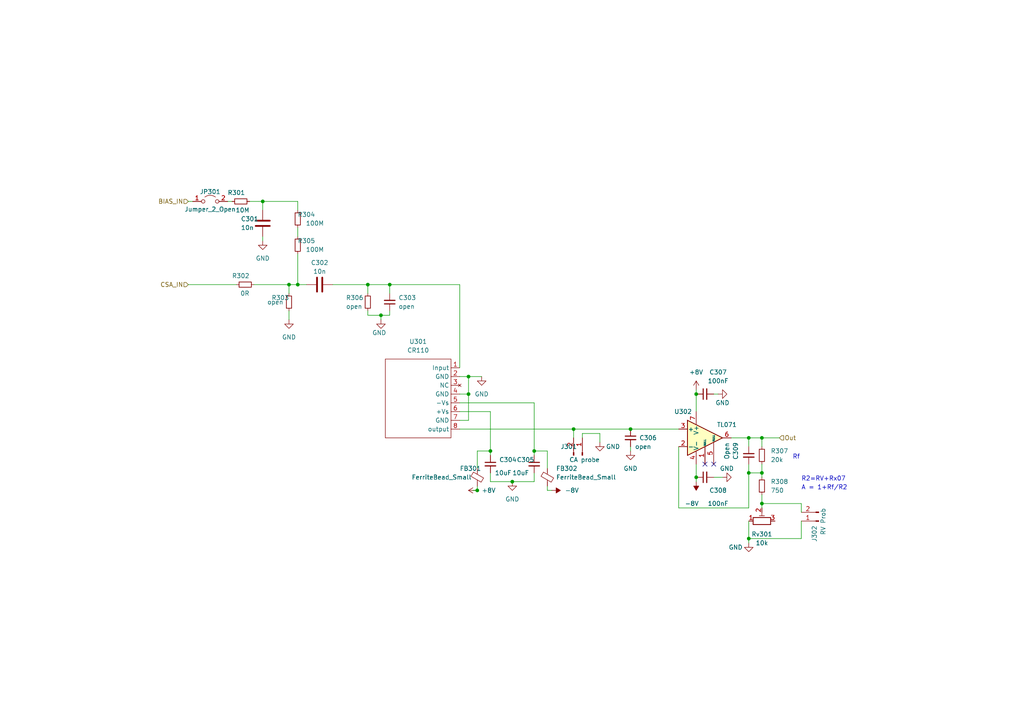
<source format=kicad_sch>
(kicad_sch (version 20211123) (generator eeschema)

  (uuid 5514a467-939f-4257-a9e1-43e044baa5e4)

  (paper "A4")

  (lib_symbols
    (symbol "Amplifier_Operational:TL071" (pin_names (offset 0.127)) (in_bom yes) (on_board yes)
      (property "Reference" "U" (id 0) (at 0 6.35 0)
        (effects (font (size 1.27 1.27)) (justify left))
      )
      (property "Value" "TL071" (id 1) (at 0 3.81 0)
        (effects (font (size 1.27 1.27)) (justify left))
      )
      (property "Footprint" "" (id 2) (at 1.27 1.27 0)
        (effects (font (size 1.27 1.27)) hide)
      )
      (property "Datasheet" "http://www.ti.com/lit/ds/symlink/tl071.pdf" (id 3) (at 3.81 3.81 0)
        (effects (font (size 1.27 1.27)) hide)
      )
      (property "ki_keywords" "singel opamp" (id 4) (at 0 0 0)
        (effects (font (size 1.27 1.27)) hide)
      )
      (property "ki_description" "Single Low-Noise JFET-Input Operational Amplifiers, DIP-8/SOIC-8" (id 5) (at 0 0 0)
        (effects (font (size 1.27 1.27)) hide)
      )
      (property "ki_fp_filters" "SOIC*3.9x4.9mm*P1.27mm* DIP*W7.62mm* TSSOP*3x3mm*P0.65mm*" (id 6) (at 0 0 0)
        (effects (font (size 1.27 1.27)) hide)
      )
      (symbol "TL071_0_1"
        (polyline
          (pts
            (xy -5.08 5.08)
            (xy 5.08 0)
            (xy -5.08 -5.08)
            (xy -5.08 5.08)
          )
          (stroke (width 0.254) (type default) (color 0 0 0 0))
          (fill (type background))
        )
      )
      (symbol "TL071_1_1"
        (pin input line (at 0 -7.62 90) (length 5.08)
          (name "NULL" (effects (font (size 0.508 0.508))))
          (number "1" (effects (font (size 1.27 1.27))))
        )
        (pin input line (at -7.62 -2.54 0) (length 2.54)
          (name "-" (effects (font (size 1.27 1.27))))
          (number "2" (effects (font (size 1.27 1.27))))
        )
        (pin input line (at -7.62 2.54 0) (length 2.54)
          (name "+" (effects (font (size 1.27 1.27))))
          (number "3" (effects (font (size 1.27 1.27))))
        )
        (pin power_in line (at -2.54 -7.62 90) (length 3.81)
          (name "V-" (effects (font (size 1.27 1.27))))
          (number "4" (effects (font (size 1.27 1.27))))
        )
        (pin input line (at 2.54 -7.62 90) (length 6.35)
          (name "NULL" (effects (font (size 0.508 0.508))))
          (number "5" (effects (font (size 1.27 1.27))))
        )
        (pin output line (at 7.62 0 180) (length 2.54)
          (name "~" (effects (font (size 1.27 1.27))))
          (number "6" (effects (font (size 1.27 1.27))))
        )
        (pin power_in line (at -2.54 7.62 270) (length 3.81)
          (name "V+" (effects (font (size 1.27 1.27))))
          (number "7" (effects (font (size 1.27 1.27))))
        )
        (pin no_connect line (at 0 2.54 270) (length 2.54) hide
          (name "NC" (effects (font (size 1.27 1.27))))
          (number "8" (effects (font (size 1.27 1.27))))
        )
      )
    )
    (symbol "Connector:Conn_01x02_Male" (pin_names (offset 1.016) hide) (in_bom yes) (on_board yes)
      (property "Reference" "J" (id 0) (at 0 2.54 0)
        (effects (font (size 1.27 1.27)))
      )
      (property "Value" "Conn_01x02_Male" (id 1) (at 0 -5.08 0)
        (effects (font (size 1.27 1.27)))
      )
      (property "Footprint" "" (id 2) (at 0 0 0)
        (effects (font (size 1.27 1.27)) hide)
      )
      (property "Datasheet" "~" (id 3) (at 0 0 0)
        (effects (font (size 1.27 1.27)) hide)
      )
      (property "ki_keywords" "connector" (id 4) (at 0 0 0)
        (effects (font (size 1.27 1.27)) hide)
      )
      (property "ki_description" "Generic connector, single row, 01x02, script generated (kicad-library-utils/schlib/autogen/connector/)" (id 5) (at 0 0 0)
        (effects (font (size 1.27 1.27)) hide)
      )
      (property "ki_fp_filters" "Connector*:*_1x??_*" (id 6) (at 0 0 0)
        (effects (font (size 1.27 1.27)) hide)
      )
      (symbol "Conn_01x02_Male_1_1"
        (polyline
          (pts
            (xy 1.27 -2.54)
            (xy 0.8636 -2.54)
          )
          (stroke (width 0.1524) (type default) (color 0 0 0 0))
          (fill (type none))
        )
        (polyline
          (pts
            (xy 1.27 0)
            (xy 0.8636 0)
          )
          (stroke (width 0.1524) (type default) (color 0 0 0 0))
          (fill (type none))
        )
        (rectangle (start 0.8636 -2.413) (end 0 -2.667)
          (stroke (width 0.1524) (type default) (color 0 0 0 0))
          (fill (type outline))
        )
        (rectangle (start 0.8636 0.127) (end 0 -0.127)
          (stroke (width 0.1524) (type default) (color 0 0 0 0))
          (fill (type outline))
        )
        (pin passive line (at 5.08 0 180) (length 3.81)
          (name "Pin_1" (effects (font (size 1.27 1.27))))
          (number "1" (effects (font (size 1.27 1.27))))
        )
        (pin passive line (at 5.08 -2.54 180) (length 3.81)
          (name "Pin_2" (effects (font (size 1.27 1.27))))
          (number "2" (effects (font (size 1.27 1.27))))
        )
      )
    )
    (symbol "Device:C" (pin_numbers hide) (pin_names (offset 0.254)) (in_bom yes) (on_board yes)
      (property "Reference" "C" (id 0) (at 0.635 2.54 0)
        (effects (font (size 1.27 1.27)) (justify left))
      )
      (property "Value" "C" (id 1) (at 0.635 -2.54 0)
        (effects (font (size 1.27 1.27)) (justify left))
      )
      (property "Footprint" "" (id 2) (at 0.9652 -3.81 0)
        (effects (font (size 1.27 1.27)) hide)
      )
      (property "Datasheet" "~" (id 3) (at 0 0 0)
        (effects (font (size 1.27 1.27)) hide)
      )
      (property "ki_keywords" "cap capacitor" (id 4) (at 0 0 0)
        (effects (font (size 1.27 1.27)) hide)
      )
      (property "ki_description" "Unpolarized capacitor" (id 5) (at 0 0 0)
        (effects (font (size 1.27 1.27)) hide)
      )
      (property "ki_fp_filters" "C_*" (id 6) (at 0 0 0)
        (effects (font (size 1.27 1.27)) hide)
      )
      (symbol "C_0_1"
        (polyline
          (pts
            (xy -2.032 -0.762)
            (xy 2.032 -0.762)
          )
          (stroke (width 0.508) (type default) (color 0 0 0 0))
          (fill (type none))
        )
        (polyline
          (pts
            (xy -2.032 0.762)
            (xy 2.032 0.762)
          )
          (stroke (width 0.508) (type default) (color 0 0 0 0))
          (fill (type none))
        )
      )
      (symbol "C_1_1"
        (pin passive line (at 0 3.81 270) (length 2.794)
          (name "~" (effects (font (size 1.27 1.27))))
          (number "1" (effects (font (size 1.27 1.27))))
        )
        (pin passive line (at 0 -3.81 90) (length 2.794)
          (name "~" (effects (font (size 1.27 1.27))))
          (number "2" (effects (font (size 1.27 1.27))))
        )
      )
    )
    (symbol "Device:C_Small" (pin_numbers hide) (pin_names (offset 0.254) hide) (in_bom yes) (on_board yes)
      (property "Reference" "C" (id 0) (at 0.254 1.778 0)
        (effects (font (size 1.27 1.27)) (justify left))
      )
      (property "Value" "C_Small" (id 1) (at 0.254 -2.032 0)
        (effects (font (size 1.27 1.27)) (justify left))
      )
      (property "Footprint" "" (id 2) (at 0 0 0)
        (effects (font (size 1.27 1.27)) hide)
      )
      (property "Datasheet" "~" (id 3) (at 0 0 0)
        (effects (font (size 1.27 1.27)) hide)
      )
      (property "ki_keywords" "capacitor cap" (id 4) (at 0 0 0)
        (effects (font (size 1.27 1.27)) hide)
      )
      (property "ki_description" "Unpolarized capacitor, small symbol" (id 5) (at 0 0 0)
        (effects (font (size 1.27 1.27)) hide)
      )
      (property "ki_fp_filters" "C_*" (id 6) (at 0 0 0)
        (effects (font (size 1.27 1.27)) hide)
      )
      (symbol "C_Small_0_1"
        (polyline
          (pts
            (xy -1.524 -0.508)
            (xy 1.524 -0.508)
          )
          (stroke (width 0.3302) (type default) (color 0 0 0 0))
          (fill (type none))
        )
        (polyline
          (pts
            (xy -1.524 0.508)
            (xy 1.524 0.508)
          )
          (stroke (width 0.3048) (type default) (color 0 0 0 0))
          (fill (type none))
        )
      )
      (symbol "C_Small_1_1"
        (pin passive line (at 0 2.54 270) (length 2.032)
          (name "~" (effects (font (size 1.27 1.27))))
          (number "1" (effects (font (size 1.27 1.27))))
        )
        (pin passive line (at 0 -2.54 90) (length 2.032)
          (name "~" (effects (font (size 1.27 1.27))))
          (number "2" (effects (font (size 1.27 1.27))))
        )
      )
    )
    (symbol "Device:FerriteBead_Small" (pin_numbers hide) (pin_names (offset 0)) (in_bom yes) (on_board yes)
      (property "Reference" "FB" (id 0) (at 1.905 1.27 0)
        (effects (font (size 1.27 1.27)) (justify left))
      )
      (property "Value" "FerriteBead_Small" (id 1) (at 1.905 -1.27 0)
        (effects (font (size 1.27 1.27)) (justify left))
      )
      (property "Footprint" "" (id 2) (at -1.778 0 90)
        (effects (font (size 1.27 1.27)) hide)
      )
      (property "Datasheet" "~" (id 3) (at 0 0 0)
        (effects (font (size 1.27 1.27)) hide)
      )
      (property "ki_keywords" "L ferrite bead inductor filter" (id 4) (at 0 0 0)
        (effects (font (size 1.27 1.27)) hide)
      )
      (property "ki_description" "Ferrite bead, small symbol" (id 5) (at 0 0 0)
        (effects (font (size 1.27 1.27)) hide)
      )
      (property "ki_fp_filters" "Inductor_* L_* *Ferrite*" (id 6) (at 0 0 0)
        (effects (font (size 1.27 1.27)) hide)
      )
      (symbol "FerriteBead_Small_0_1"
        (polyline
          (pts
            (xy 0 -1.27)
            (xy 0 -0.7874)
          )
          (stroke (width 0) (type default) (color 0 0 0 0))
          (fill (type none))
        )
        (polyline
          (pts
            (xy 0 0.889)
            (xy 0 1.2954)
          )
          (stroke (width 0) (type default) (color 0 0 0 0))
          (fill (type none))
        )
        (polyline
          (pts
            (xy -1.8288 0.2794)
            (xy -1.1176 1.4986)
            (xy 1.8288 -0.2032)
            (xy 1.1176 -1.4224)
            (xy -1.8288 0.2794)
          )
          (stroke (width 0) (type default) (color 0 0 0 0))
          (fill (type none))
        )
      )
      (symbol "FerriteBead_Small_1_1"
        (pin passive line (at 0 2.54 270) (length 1.27)
          (name "~" (effects (font (size 1.27 1.27))))
          (number "1" (effects (font (size 1.27 1.27))))
        )
        (pin passive line (at 0 -2.54 90) (length 1.27)
          (name "~" (effects (font (size 1.27 1.27))))
          (number "2" (effects (font (size 1.27 1.27))))
        )
      )
    )
    (symbol "Device:R_Potentiometer_Trim" (pin_names (offset 1.016) hide) (in_bom yes) (on_board yes)
      (property "Reference" "RV" (id 0) (at -4.445 0 90)
        (effects (font (size 1.27 1.27)))
      )
      (property "Value" "R_Potentiometer_Trim" (id 1) (at -2.54 0 90)
        (effects (font (size 1.27 1.27)))
      )
      (property "Footprint" "" (id 2) (at 0 0 0)
        (effects (font (size 1.27 1.27)) hide)
      )
      (property "Datasheet" "~" (id 3) (at 0 0 0)
        (effects (font (size 1.27 1.27)) hide)
      )
      (property "ki_keywords" "resistor variable trimpot trimmer" (id 4) (at 0 0 0)
        (effects (font (size 1.27 1.27)) hide)
      )
      (property "ki_description" "Trim-potentiometer" (id 5) (at 0 0 0)
        (effects (font (size 1.27 1.27)) hide)
      )
      (property "ki_fp_filters" "Potentiometer*" (id 6) (at 0 0 0)
        (effects (font (size 1.27 1.27)) hide)
      )
      (symbol "R_Potentiometer_Trim_0_1"
        (polyline
          (pts
            (xy 1.524 0.762)
            (xy 1.524 -0.762)
          )
          (stroke (width 0) (type default) (color 0 0 0 0))
          (fill (type none))
        )
        (polyline
          (pts
            (xy 2.54 0)
            (xy 1.524 0)
          )
          (stroke (width 0) (type default) (color 0 0 0 0))
          (fill (type none))
        )
        (rectangle (start 1.016 2.54) (end -1.016 -2.54)
          (stroke (width 0.254) (type default) (color 0 0 0 0))
          (fill (type none))
        )
      )
      (symbol "R_Potentiometer_Trim_1_1"
        (pin passive line (at 0 3.81 270) (length 1.27)
          (name "1" (effects (font (size 1.27 1.27))))
          (number "1" (effects (font (size 1.27 1.27))))
        )
        (pin passive line (at 3.81 0 180) (length 1.27)
          (name "2" (effects (font (size 1.27 1.27))))
          (number "2" (effects (font (size 1.27 1.27))))
        )
        (pin passive line (at 0 -3.81 90) (length 1.27)
          (name "3" (effects (font (size 1.27 1.27))))
          (number "3" (effects (font (size 1.27 1.27))))
        )
      )
    )
    (symbol "Device:R_Small" (pin_numbers hide) (pin_names (offset 0.254) hide) (in_bom yes) (on_board yes)
      (property "Reference" "R" (id 0) (at 0.762 0.508 0)
        (effects (font (size 1.27 1.27)) (justify left))
      )
      (property "Value" "R_Small" (id 1) (at 0.762 -1.016 0)
        (effects (font (size 1.27 1.27)) (justify left))
      )
      (property "Footprint" "" (id 2) (at 0 0 0)
        (effects (font (size 1.27 1.27)) hide)
      )
      (property "Datasheet" "~" (id 3) (at 0 0 0)
        (effects (font (size 1.27 1.27)) hide)
      )
      (property "ki_keywords" "R resistor" (id 4) (at 0 0 0)
        (effects (font (size 1.27 1.27)) hide)
      )
      (property "ki_description" "Resistor, small symbol" (id 5) (at 0 0 0)
        (effects (font (size 1.27 1.27)) hide)
      )
      (property "ki_fp_filters" "R_*" (id 6) (at 0 0 0)
        (effects (font (size 1.27 1.27)) hide)
      )
      (symbol "R_Small_0_1"
        (rectangle (start -0.762 1.778) (end 0.762 -1.778)
          (stroke (width 0.2032) (type default) (color 0 0 0 0))
          (fill (type none))
        )
      )
      (symbol "R_Small_1_1"
        (pin passive line (at 0 2.54 270) (length 0.762)
          (name "~" (effects (font (size 1.27 1.27))))
          (number "1" (effects (font (size 1.27 1.27))))
        )
        (pin passive line (at 0 -2.54 90) (length 0.762)
          (name "~" (effects (font (size 1.27 1.27))))
          (number "2" (effects (font (size 1.27 1.27))))
        )
      )
    )
    (symbol "ESC_Electronics:CR110" (in_bom yes) (on_board yes)
      (property "Reference" "U" (id 0) (at 10.16 -2.54 0)
        (effects (font (size 1.27 1.27)))
      )
      (property "Value" "CR110" (id 1) (at 10.16 5.08 0)
        (effects (font (size 1.27 1.27)))
      )
      (property "Footprint" "" (id 2) (at 0 1.27 0)
        (effects (font (size 1.27 1.27)) hide)
      )
      (property "Datasheet" "" (id 3) (at 0 1.27 0)
        (effects (font (size 1.27 1.27)) hide)
      )
      (symbol "CR110_0_1"
        (rectangle (start -1.27 11.43) (end 17.78 -11.43)
          (stroke (width 0) (type default) (color 0 0 0 0))
          (fill (type none))
        )
      )
      (symbol "CR110_1_1"
        (pin input line (at -3.81 8.89 0) (length 2.54)
          (name "Input" (effects (font (size 1.27 1.27))))
          (number "1" (effects (font (size 1.27 1.27))))
        )
        (pin input line (at -3.81 6.35 0) (length 2.54)
          (name "GND" (effects (font (size 1.27 1.27))))
          (number "2" (effects (font (size 1.27 1.27))))
        )
        (pin no_connect line (at -3.81 3.81 0) (length 2.54)
          (name "NC" (effects (font (size 1.27 1.27))))
          (number "3" (effects (font (size 1.27 1.27))))
        )
        (pin input line (at -3.81 1.27 0) (length 2.54)
          (name "GND" (effects (font (size 1.27 1.27))))
          (number "4" (effects (font (size 1.27 1.27))))
        )
        (pin input line (at -3.81 -1.27 0) (length 2.54)
          (name "-Vs" (effects (font (size 1.27 1.27))))
          (number "5" (effects (font (size 1.27 1.27))))
        )
        (pin input line (at -3.81 -3.81 0) (length 2.54)
          (name "+Vs" (effects (font (size 1.27 1.27))))
          (number "6" (effects (font (size 1.27 1.27))))
        )
        (pin input line (at -3.81 -6.35 0) (length 2.54)
          (name "GND" (effects (font (size 1.27 1.27))))
          (number "7" (effects (font (size 1.27 1.27))))
        )
        (pin input line (at -3.81 -8.89 0) (length 2.54)
          (name "output" (effects (font (size 1.27 1.27))))
          (number "8" (effects (font (size 1.27 1.27))))
        )
      )
    )
    (symbol "Jumper:Jumper_2_Open" (pin_names (offset 0) hide) (in_bom yes) (on_board yes)
      (property "Reference" "JP" (id 0) (at 0 2.794 0)
        (effects (font (size 1.27 1.27)))
      )
      (property "Value" "Jumper_2_Open" (id 1) (at 0 -2.286 0)
        (effects (font (size 1.27 1.27)))
      )
      (property "Footprint" "" (id 2) (at 0 0 0)
        (effects (font (size 1.27 1.27)) hide)
      )
      (property "Datasheet" "~" (id 3) (at 0 0 0)
        (effects (font (size 1.27 1.27)) hide)
      )
      (property "ki_keywords" "Jumper SPST" (id 4) (at 0 0 0)
        (effects (font (size 1.27 1.27)) hide)
      )
      (property "ki_description" "Jumper, 2-pole, open" (id 5) (at 0 0 0)
        (effects (font (size 1.27 1.27)) hide)
      )
      (property "ki_fp_filters" "Jumper* TestPoint*2Pads* TestPoint*Bridge*" (id 6) (at 0 0 0)
        (effects (font (size 1.27 1.27)) hide)
      )
      (symbol "Jumper_2_Open_0_0"
        (circle (center -2.032 0) (radius 0.508)
          (stroke (width 0) (type default) (color 0 0 0 0))
          (fill (type none))
        )
        (circle (center 2.032 0) (radius 0.508)
          (stroke (width 0) (type default) (color 0 0 0 0))
          (fill (type none))
        )
      )
      (symbol "Jumper_2_Open_0_1"
        (arc (start 1.524 1.27) (mid 0 1.778) (end -1.524 1.27)
          (stroke (width 0) (type default) (color 0 0 0 0))
          (fill (type none))
        )
      )
      (symbol "Jumper_2_Open_1_1"
        (pin passive line (at -5.08 0 0) (length 2.54)
          (name "A" (effects (font (size 1.27 1.27))))
          (number "1" (effects (font (size 1.27 1.27))))
        )
        (pin passive line (at 5.08 0 180) (length 2.54)
          (name "B" (effects (font (size 1.27 1.27))))
          (number "2" (effects (font (size 1.27 1.27))))
        )
      )
    )
    (symbol "power:+8V" (power) (pin_names (offset 0)) (in_bom yes) (on_board yes)
      (property "Reference" "#PWR" (id 0) (at 0 -3.81 0)
        (effects (font (size 1.27 1.27)) hide)
      )
      (property "Value" "+8V" (id 1) (at 0 3.556 0)
        (effects (font (size 1.27 1.27)))
      )
      (property "Footprint" "" (id 2) (at 0 0 0)
        (effects (font (size 1.27 1.27)) hide)
      )
      (property "Datasheet" "" (id 3) (at 0 0 0)
        (effects (font (size 1.27 1.27)) hide)
      )
      (property "ki_keywords" "power-flag" (id 4) (at 0 0 0)
        (effects (font (size 1.27 1.27)) hide)
      )
      (property "ki_description" "Power symbol creates a global label with name \"+8V\"" (id 5) (at 0 0 0)
        (effects (font (size 1.27 1.27)) hide)
      )
      (symbol "+8V_0_1"
        (polyline
          (pts
            (xy -0.762 1.27)
            (xy 0 2.54)
          )
          (stroke (width 0) (type default) (color 0 0 0 0))
          (fill (type none))
        )
        (polyline
          (pts
            (xy 0 0)
            (xy 0 2.54)
          )
          (stroke (width 0) (type default) (color 0 0 0 0))
          (fill (type none))
        )
        (polyline
          (pts
            (xy 0 2.54)
            (xy 0.762 1.27)
          )
          (stroke (width 0) (type default) (color 0 0 0 0))
          (fill (type none))
        )
      )
      (symbol "+8V_1_1"
        (pin power_in line (at 0 0 90) (length 0) hide
          (name "+8V" (effects (font (size 1.27 1.27))))
          (number "1" (effects (font (size 1.27 1.27))))
        )
      )
    )
    (symbol "power:-8V" (power) (pin_names (offset 0)) (in_bom yes) (on_board yes)
      (property "Reference" "#PWR" (id 0) (at 0 2.54 0)
        (effects (font (size 1.27 1.27)) hide)
      )
      (property "Value" "-8V" (id 1) (at 0 3.81 0)
        (effects (font (size 1.27 1.27)))
      )
      (property "Footprint" "" (id 2) (at 0 0 0)
        (effects (font (size 1.27 1.27)) hide)
      )
      (property "Datasheet" "" (id 3) (at 0 0 0)
        (effects (font (size 1.27 1.27)) hide)
      )
      (property "ki_keywords" "power-flag" (id 4) (at 0 0 0)
        (effects (font (size 1.27 1.27)) hide)
      )
      (property "ki_description" "Power symbol creates a global label with name \"-8V\"" (id 5) (at 0 0 0)
        (effects (font (size 1.27 1.27)) hide)
      )
      (symbol "-8V_0_0"
        (pin power_in line (at 0 0 90) (length 0) hide
          (name "-8V" (effects (font (size 1.27 1.27))))
          (number "1" (effects (font (size 1.27 1.27))))
        )
      )
      (symbol "-8V_0_1"
        (polyline
          (pts
            (xy 0 0)
            (xy 0 1.27)
            (xy 0.762 1.27)
            (xy 0 2.54)
            (xy -0.762 1.27)
            (xy 0 1.27)
          )
          (stroke (width 0) (type default) (color 0 0 0 0))
          (fill (type outline))
        )
      )
    )
    (symbol "power:GND" (power) (pin_names (offset 0)) (in_bom yes) (on_board yes)
      (property "Reference" "#PWR" (id 0) (at 0 -6.35 0)
        (effects (font (size 1.27 1.27)) hide)
      )
      (property "Value" "GND" (id 1) (at 0 -3.81 0)
        (effects (font (size 1.27 1.27)))
      )
      (property "Footprint" "" (id 2) (at 0 0 0)
        (effects (font (size 1.27 1.27)) hide)
      )
      (property "Datasheet" "" (id 3) (at 0 0 0)
        (effects (font (size 1.27 1.27)) hide)
      )
      (property "ki_keywords" "power-flag" (id 4) (at 0 0 0)
        (effects (font (size 1.27 1.27)) hide)
      )
      (property "ki_description" "Power symbol creates a global label with name \"GND\" , ground" (id 5) (at 0 0 0)
        (effects (font (size 1.27 1.27)) hide)
      )
      (symbol "GND_0_1"
        (polyline
          (pts
            (xy 0 0)
            (xy 0 -1.27)
            (xy 1.27 -1.27)
            (xy 0 -2.54)
            (xy -1.27 -1.27)
            (xy 0 -1.27)
          )
          (stroke (width 0) (type default) (color 0 0 0 0))
          (fill (type none))
        )
      )
      (symbol "GND_1_1"
        (pin power_in line (at 0 0 270) (length 0) hide
          (name "GND" (effects (font (size 1.27 1.27))))
          (number "1" (effects (font (size 1.27 1.27))))
        )
      )
    )
  )

  (junction (at 217.17 156.21) (diameter 0) (color 0 0 0 0)
    (uuid 1efffa34-d1e4-4f32-87af-a5f9c1e2041e)
  )
  (junction (at 142.24 130.81) (diameter 0) (color 0 0 0 0)
    (uuid 2bb4d5b3-f057-4fea-bd07-78fd43384212)
  )
  (junction (at 113.03 82.55) (diameter 0) (color 0 0 0 0)
    (uuid 32f161f3-5c0c-4bdb-97b9-6cdace4348c0)
  )
  (junction (at 220.98 127) (diameter 0) (color 0 0 0 0)
    (uuid 3a3abed1-6c1c-4a03-a537-462360c17585)
  )
  (junction (at 220.98 137.16) (diameter 0) (color 0 0 0 0)
    (uuid 4832cbae-2cb0-482d-8134-5d1a4108d075)
  )
  (junction (at 201.93 138.43) (diameter 0) (color 0 0 0 0)
    (uuid 517b47ed-fbea-40c8-b990-44d1024bb58a)
  )
  (junction (at 106.68 82.55) (diameter 0) (color 0 0 0 0)
    (uuid 620f7cc2-00f6-47ff-a685-6d6ea5eee214)
  )
  (junction (at 220.98 146.05) (diameter 0) (color 0 0 0 0)
    (uuid 71bcd3d3-c9de-4d88-841d-432bf199eb32)
  )
  (junction (at 201.93 114.3) (diameter 0) (color 0 0 0 0)
    (uuid 7304ff71-f03e-446f-a971-1edea465b8c7)
  )
  (junction (at 76.2 58.42) (diameter 0) (color 0 0 0 0)
    (uuid 73fd3370-70be-44f9-af74-f894df9b4622)
  )
  (junction (at 217.17 127) (diameter 0) (color 0 0 0 0)
    (uuid 755b1d9e-4834-405b-9a72-1f144afb082e)
  )
  (junction (at 135.89 109.22) (diameter 0) (color 0 0 0 0)
    (uuid 793b1cbe-33b1-4077-8d0b-500f8979d920)
  )
  (junction (at 166.37 124.46) (diameter 0) (color 0 0 0 0)
    (uuid 86c1c0da-cf0f-42c1-8e29-22999ce2a709)
  )
  (junction (at 217.17 137.16) (diameter 0) (color 0 0 0 0)
    (uuid 89f3e275-3740-4442-87f5-f05b87162b1c)
  )
  (junction (at 83.82 82.55) (diameter 0) (color 0 0 0 0)
    (uuid b29e7a5e-4526-4ba6-9eeb-aed3608234c4)
  )
  (junction (at 148.59 139.7) (diameter 0) (color 0 0 0 0)
    (uuid bec7f0c1-84c8-4785-9306-12280e77425a)
  )
  (junction (at 154.94 130.81) (diameter 0) (color 0 0 0 0)
    (uuid c0431479-76b0-4ea8-b9da-a7dbfd590f65)
  )
  (junction (at 138.43 142.24) (diameter 0) (color 0 0 0 0)
    (uuid e18d9ec3-0214-43fa-bebc-354662b3c2ae)
  )
  (junction (at 110.49 91.44) (diameter 0) (color 0 0 0 0)
    (uuid ed050557-3658-405e-bc81-f16834f9baf7)
  )
  (junction (at 135.89 114.3) (diameter 0) (color 0 0 0 0)
    (uuid eea68466-f428-4a05-85f9-7cae55fed88f)
  )
  (junction (at 86.36 82.55) (diameter 0) (color 0 0 0 0)
    (uuid f2d13b22-ab61-4bea-aaf3-e83aca9500be)
  )
  (junction (at 182.88 124.46) (diameter 0) (color 0 0 0 0)
    (uuid fe3271ab-0615-4b91-9c52-ae507777a796)
  )

  (no_connect (at 204.47 134.62) (uuid e964ddf7-148f-4b28-afcf-5b13ce7e349c))
  (no_connect (at 207.01 134.62) (uuid f441a43d-904c-46d2-9a4f-e8a17b2e05aa))

  (wire (pts (xy 133.35 114.3) (xy 135.89 114.3))
    (stroke (width 0) (type default) (color 0 0 0 0))
    (uuid 03783ba9-b6ac-4190-ad7b-74e2021cb60e)
  )
  (wire (pts (xy 76.2 60.96) (xy 76.2 58.42))
    (stroke (width 0) (type default) (color 0 0 0 0))
    (uuid 03ccb12e-d0a6-414a-bebc-e8d860f87980)
  )
  (wire (pts (xy 133.35 121.92) (xy 135.89 121.92))
    (stroke (width 0) (type default) (color 0 0 0 0))
    (uuid 04040e66-3386-4f0c-a3ec-299b40dd5c44)
  )
  (wire (pts (xy 201.93 138.43) (xy 201.93 139.7))
    (stroke (width 0) (type default) (color 0 0 0 0))
    (uuid 05be60b0-5e4b-4df1-8c5f-39dd1df8f490)
  )
  (wire (pts (xy 154.94 130.81) (xy 154.94 132.08))
    (stroke (width 0) (type default) (color 0 0 0 0))
    (uuid 0a8682b6-2114-4f7e-aa29-d00136e8a057)
  )
  (wire (pts (xy 106.68 85.09) (xy 106.68 82.55))
    (stroke (width 0) (type default) (color 0 0 0 0))
    (uuid 159816a7-8523-4f44-b600-05e8af9c668c)
  )
  (wire (pts (xy 217.17 147.32) (xy 217.17 137.16))
    (stroke (width 0) (type default) (color 0 0 0 0))
    (uuid 171aeee8-71d0-4de8-83a3-7ff6ed1e268e)
  )
  (wire (pts (xy 217.17 156.21) (xy 217.17 157.48))
    (stroke (width 0) (type default) (color 0 0 0 0))
    (uuid 198a279c-0318-4b16-9374-e34c5298294e)
  )
  (wire (pts (xy 196.85 147.32) (xy 217.17 147.32))
    (stroke (width 0) (type default) (color 0 0 0 0))
    (uuid 1a0fb064-c3ba-4f56-9a96-d469797206d6)
  )
  (wire (pts (xy 201.93 114.3) (xy 201.93 119.38))
    (stroke (width 0) (type default) (color 0 0 0 0))
    (uuid 1a4fa3b9-2bd8-49c3-a49e-395d773efbde)
  )
  (wire (pts (xy 220.98 127) (xy 226.06 127))
    (stroke (width 0) (type default) (color 0 0 0 0))
    (uuid 21120dd8-a796-45db-9901-fd0e93ee508c)
  )
  (wire (pts (xy 158.75 130.81) (xy 154.94 130.81))
    (stroke (width 0) (type default) (color 0 0 0 0))
    (uuid 258dc308-e2f8-4d7f-adf6-9917ee90ffb6)
  )
  (wire (pts (xy 158.75 135.89) (xy 158.75 130.81))
    (stroke (width 0) (type default) (color 0 0 0 0))
    (uuid 26a0d50f-b46b-4f14-9722-c2739ee8d3bf)
  )
  (wire (pts (xy 73.66 82.55) (xy 83.82 82.55))
    (stroke (width 0) (type default) (color 0 0 0 0))
    (uuid 2801a4d5-cfe4-4929-a15c-05d66a34f924)
  )
  (wire (pts (xy 88.9 82.55) (xy 86.36 82.55))
    (stroke (width 0) (type default) (color 0 0 0 0))
    (uuid 2aa0849d-1c51-4e84-b8ef-666c4e86f4f8)
  )
  (wire (pts (xy 86.36 66.04) (xy 86.36 68.58))
    (stroke (width 0) (type default) (color 0 0 0 0))
    (uuid 2de54f08-b2d7-48a4-a510-4ba4fae824a3)
  )
  (wire (pts (xy 217.17 137.16) (xy 220.98 137.16))
    (stroke (width 0) (type default) (color 0 0 0 0))
    (uuid 3008beb2-7b89-4b3c-8664-39e7a38675cc)
  )
  (wire (pts (xy 220.98 143.51) (xy 220.98 146.05))
    (stroke (width 0) (type default) (color 0 0 0 0))
    (uuid 328aba22-8ec5-4652-9a2a-735736e30bbc)
  )
  (wire (pts (xy 113.03 91.44) (xy 113.03 90.17))
    (stroke (width 0) (type default) (color 0 0 0 0))
    (uuid 3324de1b-de33-45c8-b569-36cdafec7ccd)
  )
  (wire (pts (xy 72.39 58.42) (xy 76.2 58.42))
    (stroke (width 0) (type default) (color 0 0 0 0))
    (uuid 39ed783c-5018-4623-810f-db282ab4dcc8)
  )
  (wire (pts (xy 217.17 127) (xy 217.17 129.54))
    (stroke (width 0) (type default) (color 0 0 0 0))
    (uuid 3f718a6d-8862-40da-bb1e-2f9b3dc20f2f)
  )
  (wire (pts (xy 232.41 156.21) (xy 232.41 151.13))
    (stroke (width 0) (type default) (color 0 0 0 0))
    (uuid 4560b567-90ab-4742-bea8-9cf63589a05d)
  )
  (wire (pts (xy 142.24 139.7) (xy 142.24 137.16))
    (stroke (width 0) (type default) (color 0 0 0 0))
    (uuid 47652436-9d9f-4428-b9bd-ba5c9d71aa56)
  )
  (wire (pts (xy 76.2 68.58) (xy 76.2 69.85))
    (stroke (width 0) (type default) (color 0 0 0 0))
    (uuid 47f0faf6-c658-4275-a718-4b82319d0bf1)
  )
  (wire (pts (xy 86.36 73.66) (xy 86.36 82.55))
    (stroke (width 0) (type default) (color 0 0 0 0))
    (uuid 48564e23-e03b-492c-ad20-d56d726212f7)
  )
  (wire (pts (xy 207.01 138.43) (xy 209.55 138.43))
    (stroke (width 0) (type default) (color 0 0 0 0))
    (uuid 494619de-1b2a-4b7d-b44e-b58b6a12b832)
  )
  (wire (pts (xy 217.17 151.13) (xy 217.17 156.21))
    (stroke (width 0) (type default) (color 0 0 0 0))
    (uuid 4ac9cce3-f4f8-45c4-af4f-907c86067237)
  )
  (wire (pts (xy 83.82 82.55) (xy 83.82 85.09))
    (stroke (width 0) (type default) (color 0 0 0 0))
    (uuid 4be9fdd6-4e16-4092-a040-fd060d36e650)
  )
  (wire (pts (xy 232.41 146.05) (xy 232.41 148.59))
    (stroke (width 0) (type default) (color 0 0 0 0))
    (uuid 50918c29-d6b8-4b2d-9943-9820a3729b6a)
  )
  (wire (pts (xy 66.04 58.42) (xy 67.31 58.42))
    (stroke (width 0) (type default) (color 0 0 0 0))
    (uuid 51a832eb-7d72-4666-95d7-6e88a90c28b6)
  )
  (wire (pts (xy 76.2 58.42) (xy 86.36 58.42))
    (stroke (width 0) (type default) (color 0 0 0 0))
    (uuid 54a31836-5c02-4f8f-b482-a63c8cb3f74b)
  )
  (wire (pts (xy 166.37 124.46) (xy 166.37 127))
    (stroke (width 0) (type default) (color 0 0 0 0))
    (uuid 5d6a5a99-ea61-4a55-9a0d-d9fb033b30f7)
  )
  (wire (pts (xy 217.17 156.21) (xy 232.41 156.21))
    (stroke (width 0) (type default) (color 0 0 0 0))
    (uuid 5d820d34-8bd7-4d12-9e01-8876ce6abe1a)
  )
  (wire (pts (xy 135.89 109.22) (xy 139.7 109.22))
    (stroke (width 0) (type default) (color 0 0 0 0))
    (uuid 5edf7a57-706f-41c4-bbfe-93124a8200ec)
  )
  (wire (pts (xy 113.03 82.55) (xy 133.35 82.55))
    (stroke (width 0) (type default) (color 0 0 0 0))
    (uuid 60d919f7-8200-45db-9e48-30c99eecbe68)
  )
  (wire (pts (xy 173.99 128.27) (xy 173.99 125.73))
    (stroke (width 0) (type default) (color 0 0 0 0))
    (uuid 611e0c20-7843-4d3d-bdb4-d2c4c2e75b0f)
  )
  (wire (pts (xy 106.68 91.44) (xy 110.49 91.44))
    (stroke (width 0) (type default) (color 0 0 0 0))
    (uuid 6923860c-a33d-4b9b-baf1-2005b189fc2c)
  )
  (wire (pts (xy 133.35 116.84) (xy 154.94 116.84))
    (stroke (width 0) (type default) (color 0 0 0 0))
    (uuid 6a0dc017-80fa-4eb8-a737-f93c26350bca)
  )
  (wire (pts (xy 168.91 125.73) (xy 168.91 127))
    (stroke (width 0) (type default) (color 0 0 0 0))
    (uuid 6d054711-ac64-475f-b45d-640f214a3ce9)
  )
  (wire (pts (xy 217.17 134.62) (xy 217.17 137.16))
    (stroke (width 0) (type default) (color 0 0 0 0))
    (uuid 70221684-a4c4-4d93-82b1-b5ec1070a9ea)
  )
  (wire (pts (xy 220.98 146.05) (xy 232.41 146.05))
    (stroke (width 0) (type default) (color 0 0 0 0))
    (uuid 706d4e27-30cf-48a8-9ec9-d9be38702899)
  )
  (wire (pts (xy 137.16 142.24) (xy 138.43 142.24))
    (stroke (width 0) (type default) (color 0 0 0 0))
    (uuid 7272f410-b80d-406a-8aa4-299699f12727)
  )
  (wire (pts (xy 220.98 127) (xy 220.98 129.54))
    (stroke (width 0) (type default) (color 0 0 0 0))
    (uuid 79bcd4e8-a54d-44bc-9b5e-a50a098f5937)
  )
  (wire (pts (xy 83.82 90.17) (xy 83.82 92.71))
    (stroke (width 0) (type default) (color 0 0 0 0))
    (uuid 7b131bee-7fc3-4aab-b630-533cb794fe3d)
  )
  (wire (pts (xy 96.52 82.55) (xy 106.68 82.55))
    (stroke (width 0) (type default) (color 0 0 0 0))
    (uuid 7ddb4203-82ae-4624-99af-88b672c1b815)
  )
  (wire (pts (xy 217.17 127) (xy 220.98 127))
    (stroke (width 0) (type default) (color 0 0 0 0))
    (uuid 818188f3-7ae2-410e-aa1e-f40e2de2a599)
  )
  (wire (pts (xy 135.89 109.22) (xy 135.89 114.3))
    (stroke (width 0) (type default) (color 0 0 0 0))
    (uuid 836673e7-385e-48e7-b1e6-ece595e6f083)
  )
  (wire (pts (xy 173.99 125.73) (xy 168.91 125.73))
    (stroke (width 0) (type default) (color 0 0 0 0))
    (uuid 843421a9-d1de-435f-a24d-173393ebdd99)
  )
  (wire (pts (xy 106.68 90.17) (xy 106.68 91.44))
    (stroke (width 0) (type default) (color 0 0 0 0))
    (uuid 84c51898-8b29-43f1-b0b0-b1c5f0ec47fc)
  )
  (wire (pts (xy 142.24 132.08) (xy 142.24 130.81))
    (stroke (width 0) (type default) (color 0 0 0 0))
    (uuid 85b9df91-17d3-442b-9bc6-54c699870001)
  )
  (wire (pts (xy 54.61 82.55) (xy 68.58 82.55))
    (stroke (width 0) (type default) (color 0 0 0 0))
    (uuid 8a03b52a-7819-478c-a24c-944350ec661d)
  )
  (wire (pts (xy 166.37 124.46) (xy 182.88 124.46))
    (stroke (width 0) (type default) (color 0 0 0 0))
    (uuid 8a3e311d-2c89-4986-abe2-107a35fca038)
  )
  (wire (pts (xy 220.98 137.16) (xy 220.98 134.62))
    (stroke (width 0) (type default) (color 0 0 0 0))
    (uuid 8a85f9d3-415f-4a2e-a896-5e9216e6c612)
  )
  (wire (pts (xy 138.43 130.81) (xy 138.43 135.89))
    (stroke (width 0) (type default) (color 0 0 0 0))
    (uuid 8c641282-6966-4281-8d56-46815f03c5cd)
  )
  (wire (pts (xy 207.01 114.3) (xy 208.28 114.3))
    (stroke (width 0) (type default) (color 0 0 0 0))
    (uuid 937544fa-ec67-4149-92cc-43e14d26e3ee)
  )
  (wire (pts (xy 106.68 82.55) (xy 113.03 82.55))
    (stroke (width 0) (type default) (color 0 0 0 0))
    (uuid 9987408e-1bd3-45c7-9fc8-b0dc28574c0e)
  )
  (wire (pts (xy 86.36 60.96) (xy 86.36 58.42))
    (stroke (width 0) (type default) (color 0 0 0 0))
    (uuid 9ae84544-0a9d-473c-8775-aecd1f5dd1b9)
  )
  (wire (pts (xy 201.93 134.62) (xy 201.93 138.43))
    (stroke (width 0) (type default) (color 0 0 0 0))
    (uuid 9dc7bacf-3366-41bd-99a2-97df868c297f)
  )
  (wire (pts (xy 182.88 124.46) (xy 196.85 124.46))
    (stroke (width 0) (type default) (color 0 0 0 0))
    (uuid a2637e31-45cd-4218-9f18-8c608d837edb)
  )
  (wire (pts (xy 142.24 130.81) (xy 138.43 130.81))
    (stroke (width 0) (type default) (color 0 0 0 0))
    (uuid a7768b9a-5de1-4635-b476-913e08f62da1)
  )
  (wire (pts (xy 154.94 137.16) (xy 154.94 139.7))
    (stroke (width 0) (type default) (color 0 0 0 0))
    (uuid a8d50a1e-acba-4e79-b51c-2d58161450e4)
  )
  (wire (pts (xy 110.49 91.44) (xy 113.03 91.44))
    (stroke (width 0) (type default) (color 0 0 0 0))
    (uuid b7f6733d-118e-4662-89fb-db50bb22ee7b)
  )
  (wire (pts (xy 212.09 127) (xy 217.17 127))
    (stroke (width 0) (type default) (color 0 0 0 0))
    (uuid bd9f6f0a-19fa-45dc-b0ce-190d5aec4e34)
  )
  (wire (pts (xy 182.88 129.54) (xy 182.88 130.81))
    (stroke (width 0) (type default) (color 0 0 0 0))
    (uuid c2c6a131-f944-43fa-86c9-45481fa0f69d)
  )
  (wire (pts (xy 220.98 137.16) (xy 220.98 138.43))
    (stroke (width 0) (type default) (color 0 0 0 0))
    (uuid c3a95f96-3c54-4a1e-a0ab-fdd646aa2935)
  )
  (wire (pts (xy 133.35 82.55) (xy 133.35 106.68))
    (stroke (width 0) (type default) (color 0 0 0 0))
    (uuid c4469e66-328d-43bb-9713-bc702acf97ee)
  )
  (wire (pts (xy 133.35 119.38) (xy 142.24 119.38))
    (stroke (width 0) (type default) (color 0 0 0 0))
    (uuid c61acb9a-322a-4cd9-a016-f4a9e0797e08)
  )
  (wire (pts (xy 148.59 139.7) (xy 154.94 139.7))
    (stroke (width 0) (type default) (color 0 0 0 0))
    (uuid c9bbe5e3-ed55-4418-97cd-3fdb4a93897e)
  )
  (wire (pts (xy 196.85 147.32) (xy 196.85 129.54))
    (stroke (width 0) (type default) (color 0 0 0 0))
    (uuid cfd2c2ec-c6ed-443b-bcd2-1363fac6dd44)
  )
  (wire (pts (xy 135.89 114.3) (xy 135.89 121.92))
    (stroke (width 0) (type default) (color 0 0 0 0))
    (uuid d0829094-f9ec-43c9-acf3-5f15c531d9ed)
  )
  (wire (pts (xy 142.24 119.38) (xy 142.24 130.81))
    (stroke (width 0) (type default) (color 0 0 0 0))
    (uuid d49dce39-323f-4edc-9807-f58ffc11a78b)
  )
  (wire (pts (xy 133.35 124.46) (xy 166.37 124.46))
    (stroke (width 0) (type default) (color 0 0 0 0))
    (uuid d7047d0f-5082-41f0-8e3d-8bc11bc762ce)
  )
  (wire (pts (xy 138.43 142.24) (xy 138.43 140.97))
    (stroke (width 0) (type default) (color 0 0 0 0))
    (uuid d977aef8-54af-4ac7-a8e8-e06c9a38efae)
  )
  (wire (pts (xy 158.75 142.24) (xy 160.02 142.24))
    (stroke (width 0) (type default) (color 0 0 0 0))
    (uuid dabd9e59-6cdd-40d2-925b-3cf2fb5e7e36)
  )
  (wire (pts (xy 110.49 91.44) (xy 110.49 92.71))
    (stroke (width 0) (type default) (color 0 0 0 0))
    (uuid dbd87eaf-a909-40a2-b46d-f3b093243cbf)
  )
  (wire (pts (xy 133.35 109.22) (xy 135.89 109.22))
    (stroke (width 0) (type default) (color 0 0 0 0))
    (uuid e1be6d07-c16e-40cc-983b-b959d8483e3e)
  )
  (wire (pts (xy 154.94 116.84) (xy 154.94 130.81))
    (stroke (width 0) (type default) (color 0 0 0 0))
    (uuid e777a4e6-deb5-4a7a-83e6-0a19e42e18bd)
  )
  (wire (pts (xy 148.59 139.7) (xy 142.24 139.7))
    (stroke (width 0) (type default) (color 0 0 0 0))
    (uuid e80d89d8-c5e3-40ca-a262-51930d4ad346)
  )
  (wire (pts (xy 158.75 140.97) (xy 158.75 142.24))
    (stroke (width 0) (type default) (color 0 0 0 0))
    (uuid ed21250f-1887-469a-82dd-7ce08a3eaa7e)
  )
  (wire (pts (xy 113.03 85.09) (xy 113.03 82.55))
    (stroke (width 0) (type default) (color 0 0 0 0))
    (uuid f4d319cd-d9e4-479e-bb47-9cfc21bd1d0b)
  )
  (wire (pts (xy 86.36 82.55) (xy 83.82 82.55))
    (stroke (width 0) (type default) (color 0 0 0 0))
    (uuid f5fc171e-5dfa-41ca-b5a8-c44ec92d6c56)
  )
  (wire (pts (xy 201.93 113.03) (xy 201.93 114.3))
    (stroke (width 0) (type default) (color 0 0 0 0))
    (uuid fa73d3b7-dc5d-4835-b670-a2292666e596)
  )
  (wire (pts (xy 220.98 146.05) (xy 220.98 147.32))
    (stroke (width 0) (type default) (color 0 0 0 0))
    (uuid fc7f2187-17d1-4f08-8201-2e12649a5d6e)
  )
  (wire (pts (xy 54.61 58.42) (xy 55.88 58.42))
    (stroke (width 0) (type default) (color 0 0 0 0))
    (uuid ff7f8515-4ea2-4a13-af12-52663bfceb92)
  )

  (text "A = 1+Rf/R2" (at 232.41 142.24 0)
    (effects (font (size 1.27 1.27)) (justify left bottom))
    (uuid 1529370b-69c0-401c-bac9-8c13fbd7abf2)
  )
  (text "R2=RV+Rx07\n" (at 232.41 139.7 0)
    (effects (font (size 1.27 1.27)) (justify left bottom))
    (uuid 66aab95a-38cf-45fa-827b-d3711cfb5d72)
  )
  (text "Rf" (at 229.87 133.35 0)
    (effects (font (size 1.27 1.27)) (justify left bottom))
    (uuid cb0ad941-4618-48b7-ada7-aaccb8244426)
  )

  (hierarchical_label "Out" (shape input) (at 226.06 127 0)
    (effects (font (size 1.27 1.27)) (justify left))
    (uuid 1809207f-fe95-4006-8110-8e55dd0cd68a)
  )
  (hierarchical_label "BIAS_IN" (shape input) (at 54.61 58.42 180)
    (effects (font (size 1.27 1.27)) (justify right))
    (uuid 69867414-f0bb-478d-a1c0-d2a7b71936ce)
  )
  (hierarchical_label "CSA_IN" (shape input) (at 54.61 82.55 180)
    (effects (font (size 1.27 1.27)) (justify right))
    (uuid 6d96b573-b86f-41d0-b65c-9d438b5c57d5)
  )

  (symbol (lib_id "power:+8V") (at 201.93 113.03 0) (unit 1)
    (in_bom yes) (on_board yes) (fields_autoplaced)
    (uuid 124d70ba-f1b2-49c3-9442-6e2312c6aac4)
    (property "Reference" "#PWR0310" (id 0) (at 201.93 116.84 0)
      (effects (font (size 1.27 1.27)) hide)
    )
    (property "Value" "+8V" (id 1) (at 201.93 107.95 0))
    (property "Footprint" "" (id 2) (at 201.93 113.03 0)
      (effects (font (size 1.27 1.27)) hide)
    )
    (property "Datasheet" "" (id 3) (at 201.93 113.03 0)
      (effects (font (size 1.27 1.27)) hide)
    )
    (pin "1" (uuid 181edfd6-62b5-4877-bf86-84ac09267f71))
  )

  (symbol (lib_id "Jumper:Jumper_2_Open") (at 60.96 58.42 0) (unit 1)
    (in_bom yes) (on_board yes)
    (uuid 15ed0e60-ee6b-4822-a7a5-152c5d76733f)
    (property "Reference" "JP301" (id 0) (at 60.96 55.626 0))
    (property "Value" "Jumper_2_Open" (id 1) (at 60.96 60.706 0))
    (property "Footprint" "Connector_PinHeader_2.54mm:PinHeader_1x02_P2.54mm_Vertical" (id 2) (at 60.96 58.42 0)
      (effects (font (size 1.27 1.27)) hide)
    )
    (property "Datasheet" "~" (id 3) (at 60.96 58.42 0)
      (effects (font (size 1.27 1.27)) hide)
    )
    (pin "1" (uuid 663141a8-92a7-419e-a797-4ea9e2399896))
    (pin "2" (uuid c984302d-057d-47a2-9e5a-fce60ed9e526))
  )

  (symbol (lib_id "Device:C_Small") (at 142.24 134.62 0) (unit 1)
    (in_bom yes) (on_board yes)
    (uuid 17ac8457-f1f8-424a-af97-76be896fe45c)
    (property "Reference" "C304" (id 0) (at 144.78 133.35 0)
      (effects (font (size 1.27 1.27)) (justify left))
    )
    (property "Value" "10uF" (id 1) (at 143.51 137.16 0)
      (effects (font (size 1.27 1.27)) (justify left))
    )
    (property "Footprint" "Capacitor_SMD:C_0805_2012Metric_Pad1.18x1.45mm_HandSolder" (id 2) (at 142.24 134.62 0)
      (effects (font (size 1.27 1.27)) hide)
    )
    (property "Datasheet" "https://www.mouser.com/datasheet/2/396/mlcc02_e-1307760.pdf" (id 3) (at 142.24 134.62 0)
      (effects (font (size 1.27 1.27)) hide)
    )
    (property "Digikey" "" (id 4) (at 142.24 134.62 0)
      (effects (font (size 1.27 1.27)) hide)
    )
    (property "Mouser" "963-GMK212BBJ106KG-T " (id 5) (at 142.24 134.62 0)
      (effects (font (size 1.27 1.27)) hide)
    )
    (pin "1" (uuid a5cd1421-9cc7-4dbb-8cd1-39804d5deae3))
    (pin "2" (uuid bb6aede8-d388-4e27-977a-c1df3e1f6ca4))
  )

  (symbol (lib_id "Device:C_Small") (at 217.17 132.08 0) (unit 1)
    (in_bom yes) (on_board yes)
    (uuid 1a879034-442b-404e-9b4c-7568813a550b)
    (property "Reference" "C309" (id 0) (at 213.36 130.81 90))
    (property "Value" "Open" (id 1) (at 210.82 130.81 90))
    (property "Footprint" "Capacitor_SMD:C_0805_2012Metric_Pad1.18x1.45mm_HandSolder" (id 2) (at 217.17 132.08 0)
      (effects (font (size 1.27 1.27)) hide)
    )
    (property "Datasheet" "" (id 3) (at 217.17 132.08 0)
      (effects (font (size 1.27 1.27)) hide)
    )
    (property "Digikey" "" (id 4) (at 217.17 132.08 0)
      (effects (font (size 1.27 1.27)) hide)
    )
    (property "Mouser" "80-C0805C104K5RACLR " (id 5) (at 217.17 132.08 0)
      (effects (font (size 1.27 1.27)) hide)
    )
    (pin "1" (uuid b0ab4efe-cdd7-43e4-978d-2cddfacbe1a0))
    (pin "2" (uuid 40ca2ef3-12fb-4bf9-bceb-bc75304c4af4))
  )

  (symbol (lib_id "Device:C_Small") (at 113.03 87.63 180) (unit 1)
    (in_bom yes) (on_board yes)
    (uuid 22e85ae4-123a-4c74-a584-5d511ae03992)
    (property "Reference" "C303" (id 0) (at 115.57 86.36 0)
      (effects (font (size 1.27 1.27)) (justify right))
    )
    (property "Value" "open" (id 1) (at 115.57 88.9 0)
      (effects (font (size 1.27 1.27)) (justify right))
    )
    (property "Footprint" "Capacitor_SMD:C_0805_2012Metric_Pad1.18x1.45mm_HandSolder" (id 2) (at 113.03 87.63 0)
      (effects (font (size 1.27 1.27)) hide)
    )
    (property "Datasheet" "" (id 3) (at 113.03 87.63 0)
      (effects (font (size 1.27 1.27)) hide)
    )
    (pin "1" (uuid 314271da-e669-4deb-b97a-ad7cd82ed4fe))
    (pin "2" (uuid 9ef8ea9b-f773-4ef1-af07-73c7e95d94dc))
  )

  (symbol (lib_id "Device:R_Potentiometer_Trim") (at 220.98 151.13 90) (unit 1)
    (in_bom yes) (on_board yes) (fields_autoplaced)
    (uuid 26d61d07-2e7f-4f18-bc19-2e7d3cca909b)
    (property "Reference" "Rv301" (id 0) (at 220.98 154.94 90))
    (property "Value" "10k" (id 1) (at 220.98 157.48 90))
    (property "Footprint" "Potentiometer_THT:Potentiometer_Bourns_3266W_Vertical" (id 2) (at 220.98 151.13 0)
      (effects (font (size 1.27 1.27)) hide)
    )
    (property "Datasheet" "~" (id 3) (at 220.98 151.13 0)
      (effects (font (size 1.27 1.27)) hide)
    )
    (property "Mouser" "652-3266W-1-103LF " (id 4) (at 220.98 151.13 0)
      (effects (font (size 1.27 1.27)) hide)
    )
    (pin "1" (uuid acebc8bb-6a60-4fd0-a7a0-185473a151a1))
    (pin "2" (uuid 2b4ae7bc-468b-437d-8ffe-b5909841b879))
    (pin "3" (uuid 3a7e48b3-f4f7-48b6-a688-9b396b1cf3bc))
  )

  (symbol (lib_id "power:GND") (at 217.17 157.48 0) (unit 1)
    (in_bom yes) (on_board yes)
    (uuid 383af591-3cbf-481f-b0b1-3048f249b2ce)
    (property "Reference" "#PWR0314" (id 0) (at 217.17 163.83 0)
      (effects (font (size 1.27 1.27)) hide)
    )
    (property "Value" "GND" (id 1) (at 213.36 158.75 0))
    (property "Footprint" "" (id 2) (at 217.17 157.48 0)
      (effects (font (size 1.27 1.27)) hide)
    )
    (property "Datasheet" "" (id 3) (at 217.17 157.48 0)
      (effects (font (size 1.27 1.27)) hide)
    )
    (pin "1" (uuid 3e4d9cc9-caec-4bce-b540-8d89b3ee5363))
  )

  (symbol (lib_id "Device:R_Small") (at 86.36 63.5 0) (unit 1)
    (in_bom yes) (on_board yes)
    (uuid 38e95fe4-0909-4046-849e-24102aa1aa5e)
    (property "Reference" "R304" (id 0) (at 91.44 62.23 0)
      (effects (font (size 1.27 1.27)) (justify right))
    )
    (property "Value" "100M" (id 1) (at 93.98 64.77 0)
      (effects (font (size 1.27 1.27)) (justify right))
    )
    (property "Footprint" "Resistor_SMD:R_1206_3216Metric_Pad1.30x1.75mm_HandSolder" (id 2) (at 86.36 63.5 0)
      (effects (font (size 1.27 1.27)) hide)
    )
    (property "Datasheet" "https://www.mouser.com/datasheet/2/427/dcrcwhre3-1761765.pdf" (id 3) (at 86.36 63.5 0)
      (effects (font (size 1.27 1.27)) hide)
    )
    (property "Mouser" "71-CRCW1206100MJPEAR " (id 4) (at 86.36 63.5 0)
      (effects (font (size 1.27 1.27)) hide)
    )
    (property "Digikey" "" (id 5) (at 86.36 63.5 0)
      (effects (font (size 1.27 1.27)) hide)
    )
    (pin "1" (uuid 18caed60-d708-41e0-8b74-fead4606737f))
    (pin "2" (uuid c851f10d-1620-4438-95ba-6e51da2cfc09))
  )

  (symbol (lib_id "Device:R_Small") (at 220.98 140.97 180) (unit 1)
    (in_bom yes) (on_board yes) (fields_autoplaced)
    (uuid 3a88aef7-e037-4002-93f3-5678224607c7)
    (property "Reference" "R308" (id 0) (at 223.52 139.6999 0)
      (effects (font (size 1.27 1.27)) (justify right))
    )
    (property "Value" "750" (id 1) (at 223.52 142.2399 0)
      (effects (font (size 1.27 1.27)) (justify right))
    )
    (property "Footprint" "Resistor_SMD:R_0805_2012Metric_Pad1.20x1.40mm_HandSolder" (id 2) (at 220.98 140.97 0)
      (effects (font (size 1.27 1.27)) hide)
    )
    (property "Datasheet" "~" (id 3) (at 220.98 140.97 0)
      (effects (font (size 1.27 1.27)) hide)
    )
    (property "Mouser" "71-CRCW0805750RFKEAC " (id 4) (at 220.98 140.97 0)
      (effects (font (size 1.27 1.27)) hide)
    )
    (pin "1" (uuid 56802d52-74d6-4ce4-b8bb-9c5da8c12647))
    (pin "2" (uuid 3844012d-2948-46b6-9a4b-d73e17056db9))
  )

  (symbol (lib_id "Amplifier_Operational:TL071") (at 204.47 127 0) (unit 1)
    (in_bom yes) (on_board yes)
    (uuid 3de95713-3837-4f57-afaa-f1402f04d468)
    (property "Reference" "U302" (id 0) (at 198.12 119.38 0))
    (property "Value" "TL071" (id 1) (at 210.82 123.19 0))
    (property "Footprint" "Package_SO:SOIC-8_3.9x4.9mm_P1.27mm" (id 2) (at 205.74 125.73 0)
      (effects (font (size 1.27 1.27)) hide)
    )
    (property "Datasheet" "http://www.ti.com/lit/ds/symlink/tl071.pdf" (id 3) (at 208.28 123.19 0)
      (effects (font (size 1.27 1.27)) hide)
    )
    (property "Mouser" "595-TL071CDR " (id 4) (at 204.47 127 0)
      (effects (font (size 1.27 1.27)) hide)
    )
    (pin "1" (uuid 3fc3c205-0054-4764-a2bc-6c0bbcd35144))
    (pin "2" (uuid dbc0bfd1-98a8-424c-aff0-9b844edf163e))
    (pin "3" (uuid e3e7e0e6-cffb-4f6c-af8c-705de656019c))
    (pin "4" (uuid a49ed5eb-f467-430a-a57a-2e12e6849023))
    (pin "5" (uuid 36490ae5-7d76-4547-ae88-72d80ae5f9f1))
    (pin "6" (uuid 09b5b95b-806b-4e15-8f40-7dae533f844a))
    (pin "7" (uuid 6db11398-26b8-4534-aa18-8ae1be910371))
    (pin "8" (uuid cbde0c43-213f-4e68-afbe-5ab55c5dd5ff))
  )

  (symbol (lib_id "Device:C_Small") (at 154.94 134.62 0) (unit 1)
    (in_bom yes) (on_board yes)
    (uuid 3f2909a3-467e-4d5c-ad90-38a56b4464fd)
    (property "Reference" "C305" (id 0) (at 149.86 133.35 0)
      (effects (font (size 1.27 1.27)) (justify left))
    )
    (property "Value" "10uF" (id 1) (at 148.59 137.16 0)
      (effects (font (size 1.27 1.27)) (justify left))
    )
    (property "Footprint" "Capacitor_SMD:C_0805_2012Metric_Pad1.18x1.45mm_HandSolder" (id 2) (at 154.94 134.62 0)
      (effects (font (size 1.27 1.27)) hide)
    )
    (property "Datasheet" "https://www.mouser.com/datasheet/2/396/mlcc02_e-1307760.pdf" (id 3) (at 154.94 134.62 0)
      (effects (font (size 1.27 1.27)) hide)
    )
    (property "Digikey" "" (id 4) (at 154.94 134.62 0)
      (effects (font (size 1.27 1.27)) hide)
    )
    (property "Mouser" "963-GMK212BBJ106KG-T " (id 5) (at 154.94 134.62 0)
      (effects (font (size 1.27 1.27)) hide)
    )
    (pin "1" (uuid 85bb94cc-692d-4a95-9171-949651221004))
    (pin "2" (uuid d23c9030-af28-4792-b679-772c4e2ec85b))
  )

  (symbol (lib_id "Device:R_Small") (at 83.82 87.63 180) (unit 1)
    (in_bom yes) (on_board yes)
    (uuid 40b0f9ad-2fc2-4d77-80a0-570f64099417)
    (property "Reference" "R303" (id 0) (at 78.74 86.36 0)
      (effects (font (size 1.27 1.27)) (justify right))
    )
    (property "Value" "open" (id 1) (at 77.47 87.63 0)
      (effects (font (size 1.27 1.27)) (justify right))
    )
    (property "Footprint" "Resistor_SMD:R_1206_3216Metric_Pad1.30x1.75mm_HandSolder" (id 2) (at 83.82 87.63 0)
      (effects (font (size 1.27 1.27)) hide)
    )
    (property "Datasheet" "" (id 3) (at 83.82 87.63 0)
      (effects (font (size 1.27 1.27)) hide)
    )
    (pin "1" (uuid 49b79d00-336c-4975-bc6c-950d7ad2b97c))
    (pin "2" (uuid 142b5a90-c11b-48d1-9a55-17a9be798f40))
  )

  (symbol (lib_id "Device:R_Small") (at 69.85 58.42 270) (unit 1)
    (in_bom yes) (on_board yes)
    (uuid 45e89515-2b1a-49e2-940b-cbc668cad501)
    (property "Reference" "R301" (id 0) (at 71.12 55.88 90)
      (effects (font (size 1.27 1.27)) (justify right))
    )
    (property "Value" "10M" (id 1) (at 72.39 60.96 90)
      (effects (font (size 1.27 1.27)) (justify right))
    )
    (property "Footprint" "Resistor_SMD:R_0805_2012Metric_Pad1.20x1.40mm_HandSolder" (id 2) (at 69.85 58.42 0)
      (effects (font (size 1.27 1.27)) hide)
    )
    (property "Datasheet" "https://www.mouser.com/datasheet/2/315/AOA0000C334-1314047.pdf" (id 3) (at 69.85 58.42 0)
      (effects (font (size 1.27 1.27)) hide)
    )
    (property "Mouser" "667-ERJ-S06F1005V " (id 4) (at 69.85 58.42 0)
      (effects (font (size 1.27 1.27)) hide)
    )
    (pin "1" (uuid 747fa5d6-1e4a-4bef-9bc1-a211e701000b))
    (pin "2" (uuid 518793e0-054a-4164-8f2b-486ce3ba67d6))
  )

  (symbol (lib_id "Device:R_Small") (at 220.98 132.08 180) (unit 1)
    (in_bom yes) (on_board yes) (fields_autoplaced)
    (uuid 57b9efa3-3969-4369-b986-fc82e51ebcdf)
    (property "Reference" "R307" (id 0) (at 223.52 130.8099 0)
      (effects (font (size 1.27 1.27)) (justify right))
    )
    (property "Value" "20k" (id 1) (at 223.52 133.3499 0)
      (effects (font (size 1.27 1.27)) (justify right))
    )
    (property "Footprint" "Resistor_SMD:R_0805_2012Metric_Pad1.20x1.40mm_HandSolder" (id 2) (at 220.98 132.08 0)
      (effects (font (size 1.27 1.27)) hide)
    )
    (property "Datasheet" "~" (id 3) (at 220.98 132.08 0)
      (effects (font (size 1.27 1.27)) hide)
    )
    (property "Mouser" "667-ERJ-6ENF2002V " (id 4) (at 220.98 132.08 0)
      (effects (font (size 1.27 1.27)) hide)
    )
    (pin "1" (uuid 16d3ab27-184a-4618-a498-c2622c026e08))
    (pin "2" (uuid f8999694-7cd3-4e20-8211-89a4214f19ca))
  )

  (symbol (lib_id "power:GND") (at 208.28 114.3 90) (unit 1)
    (in_bom yes) (on_board yes)
    (uuid 59f7d0d5-e1e0-4539-ab03-c985a5a267b3)
    (property "Reference" "#PWR0312" (id 0) (at 214.63 114.3 0)
      (effects (font (size 1.27 1.27)) hide)
    )
    (property "Value" "GND" (id 1) (at 209.55 116.84 90))
    (property "Footprint" "" (id 2) (at 208.28 114.3 0)
      (effects (font (size 1.27 1.27)) hide)
    )
    (property "Datasheet" "" (id 3) (at 208.28 114.3 0)
      (effects (font (size 1.27 1.27)) hide)
    )
    (pin "1" (uuid 451a1b49-941e-4cde-9f68-6aa9cda1316b))
  )

  (symbol (lib_id "Connector:Conn_01x02_Male") (at 237.49 151.13 180) (unit 1)
    (in_bom yes) (on_board yes)
    (uuid 617dd339-6c58-488d-a71b-961b48343c42)
    (property "Reference" "J302" (id 0) (at 236.22 152.4 90)
      (effects (font (size 1.27 1.27)) (justify left))
    )
    (property "Value" "RV Prob" (id 1) (at 238.76 147.32 90)
      (effects (font (size 1.27 1.27)) (justify left))
    )
    (property "Footprint" "Connector_PinHeader_2.54mm:PinHeader_1x02_P2.54mm_Vertical" (id 2) (at 237.49 151.13 0)
      (effects (font (size 1.27 1.27)) hide)
    )
    (property "Datasheet" "~" (id 3) (at 237.49 151.13 0)
      (effects (font (size 1.27 1.27)) hide)
    )
    (pin "1" (uuid 5e09e482-1a16-4425-a67f-0e875c5ed0c6))
    (pin "2" (uuid a9fbfb8d-c83a-40c4-a34b-7bea9d3fa50f))
  )

  (symbol (lib_id "Device:C_Small") (at 182.88 127 0) (unit 1)
    (in_bom yes) (on_board yes)
    (uuid 633adb70-897a-4e03-bd8b-a38a79a73358)
    (property "Reference" "C306" (id 0) (at 185.42 127 0)
      (effects (font (size 1.27 1.27)) (justify left))
    )
    (property "Value" "open" (id 1) (at 184.15 129.54 0)
      (effects (font (size 1.27 1.27)) (justify left))
    )
    (property "Footprint" "Capacitor_SMD:C_0805_2012Metric_Pad1.18x1.45mm_HandSolder" (id 2) (at 182.88 127 0)
      (effects (font (size 1.27 1.27)) hide)
    )
    (property "Datasheet" "" (id 3) (at 182.88 127 0)
      (effects (font (size 1.27 1.27)) hide)
    )
    (property "Digikey" "" (id 4) (at 182.88 127 0)
      (effects (font (size 1.27 1.27)) hide)
    )
    (pin "1" (uuid ce861b4b-da22-42f9-97f7-f5d15bdf0d33))
    (pin "2" (uuid a43741ee-6f2b-45f3-be42-1ae6008172bd))
  )

  (symbol (lib_id "power:-8V") (at 201.93 139.7 180) (unit 1)
    (in_bom yes) (on_board yes)
    (uuid 63d51737-d060-4cff-9a5a-a4eb4824499d)
    (property "Reference" "#PWR0311" (id 0) (at 201.93 142.24 0)
      (effects (font (size 1.27 1.27)) hide)
    )
    (property "Value" "-8V" (id 1) (at 200.66 146.05 0))
    (property "Footprint" "" (id 2) (at 201.93 139.7 0)
      (effects (font (size 1.27 1.27)) hide)
    )
    (property "Datasheet" "" (id 3) (at 201.93 139.7 0)
      (effects (font (size 1.27 1.27)) hide)
    )
    (pin "1" (uuid 10579519-4499-4739-996b-fc27f2287490))
  )

  (symbol (lib_id "Connector:Conn_01x02_Male") (at 168.91 132.08 270) (mirror x) (unit 1)
    (in_bom yes) (on_board yes)
    (uuid 698b2df6-e602-44bb-910e-91419e1ac60f)
    (property "Reference" "J301" (id 0) (at 162.56 129.54 90)
      (effects (font (size 1.27 1.27)) (justify left))
    )
    (property "Value" "CA probe" (id 1) (at 165.1 133.35 90)
      (effects (font (size 1.27 1.27)) (justify left))
    )
    (property "Footprint" "Connector_PinHeader_2.54mm:PinHeader_1x02_P2.54mm_Vertical" (id 2) (at 168.91 132.08 0)
      (effects (font (size 1.27 1.27)) hide)
    )
    (property "Datasheet" "~" (id 3) (at 168.91 132.08 0)
      (effects (font (size 1.27 1.27)) hide)
    )
    (pin "1" (uuid 34122086-58e4-48be-9cf6-90cbd5d8ad96))
    (pin "2" (uuid 11a7e261-c923-48d0-843e-a5c5ccbfc273))
  )

  (symbol (lib_id "Device:C_Small") (at 204.47 138.43 90) (unit 1)
    (in_bom yes) (on_board yes)
    (uuid 71a964dc-8cd6-45c2-9201-021f4d4811d2)
    (property "Reference" "C308" (id 0) (at 208.28 142.24 90))
    (property "Value" "100nF" (id 1) (at 208.28 146.05 90))
    (property "Footprint" "Capacitor_SMD:C_0805_2012Metric_Pad1.18x1.45mm_HandSolder" (id 2) (at 204.47 138.43 0)
      (effects (font (size 1.27 1.27)) hide)
    )
    (property "Datasheet" "https://www.mouser.com/ProductDetail/KEMET/C0805C104K5RAC7411?qs=jbRM9o5BbzPcVXF0wW9AYg%3D%3D" (id 3) (at 204.47 138.43 0)
      (effects (font (size 1.27 1.27)) hide)
    )
    (property "Digikey" "" (id 4) (at 204.47 138.43 0)
      (effects (font (size 1.27 1.27)) hide)
    )
    (property "Mouser" "80-C0805C104K5RACLR " (id 5) (at 204.47 138.43 0)
      (effects (font (size 1.27 1.27)) hide)
    )
    (pin "1" (uuid 0e07ad26-9710-4138-942d-0065e6227787))
    (pin "2" (uuid 3786fe06-6533-4b32-9e23-8dbd80b0b035))
  )

  (symbol (lib_id "ESC_Electronics:CR110") (at 129.54 115.57 0) (mirror y) (unit 1)
    (in_bom yes) (on_board yes) (fields_autoplaced)
    (uuid 88ccf447-b695-4673-8c7e-8e5ac32c8547)
    (property "Reference" "U301" (id 0) (at 121.285 99.06 0))
    (property "Value" "CR110" (id 1) (at 121.285 101.6 0))
    (property "Footprint" "CrematModules:CR11x" (id 2) (at 129.54 114.3 0)
      (effects (font (size 1.27 1.27)) hide)
    )
    (property "Datasheet" "" (id 3) (at 129.54 114.3 0)
      (effects (font (size 1.27 1.27)) hide)
    )
    (property "Mouser" "575-8019300810012000 " (id 4) (at 129.54 115.57 0)
      (effects (font (size 1.27 1.27)) hide)
    )
    (pin "1" (uuid 0d4f2130-e015-4977-9f8f-7b126c5720a4))
    (pin "2" (uuid 8deb754c-44cd-4425-ae16-dc796b549bd0))
    (pin "3" (uuid a2869882-931b-4434-a729-81eadbad77dc))
    (pin "4" (uuid ab0dfed8-9b96-4c14-810c-cfa670cf3aca))
    (pin "5" (uuid e94c77cd-24d0-48b8-b96f-deb232f57341))
    (pin "6" (uuid e9feb13e-bdd5-40ff-92b9-2ed7e60df098))
    (pin "7" (uuid f4fc15ea-b23c-4e92-b373-b09b01bd4aff))
    (pin "8" (uuid 5677580b-c3d3-48d1-bce7-0be131dd26df))
  )

  (symbol (lib_id "Device:R_Small") (at 71.12 82.55 270) (unit 1)
    (in_bom yes) (on_board yes)
    (uuid 94646722-b7cf-4378-8472-52d175ee1001)
    (property "Reference" "R302" (id 0) (at 72.39 80.01 90)
      (effects (font (size 1.27 1.27)) (justify right))
    )
    (property "Value" "0R" (id 1) (at 72.39 85.09 90)
      (effects (font (size 1.27 1.27)) (justify right))
    )
    (property "Footprint" "Resistor_SMD:R_0805_2012Metric_Pad1.20x1.40mm_HandSolder" (id 2) (at 71.12 82.55 0)
      (effects (font (size 1.27 1.27)) hide)
    )
    (property "Datasheet" "https://www.mouser.com/datasheet/2/427/crcwhpe3-1713858.pdf" (id 3) (at 71.12 82.55 0)
      (effects (font (size 1.27 1.27)) hide)
    )
    (property "Mouser" "71-CRCW08050000Z0EAH " (id 4) (at 71.12 82.55 0)
      (effects (font (size 1.27 1.27)) hide)
    )
    (pin "1" (uuid 955b8cee-fcc4-4017-9fcd-00d33440340c))
    (pin "2" (uuid 70cb4e61-2da4-4e29-9cf6-a220d2c70d23))
  )

  (symbol (lib_id "power:-8V") (at 160.02 142.24 270) (unit 1)
    (in_bom yes) (on_board yes) (fields_autoplaced)
    (uuid 9e0271c7-b747-44a0-b21c-2bb3d9a43af0)
    (property "Reference" "#PWR0307" (id 0) (at 162.56 142.24 0)
      (effects (font (size 1.27 1.27)) hide)
    )
    (property "Value" "-8V" (id 1) (at 163.83 142.2399 90)
      (effects (font (size 1.27 1.27)) (justify left))
    )
    (property "Footprint" "" (id 2) (at 160.02 142.24 0)
      (effects (font (size 1.27 1.27)) hide)
    )
    (property "Datasheet" "" (id 3) (at 160.02 142.24 0)
      (effects (font (size 1.27 1.27)) hide)
    )
    (pin "1" (uuid 70203a71-4b41-4010-9e73-5dea227d31ee))
  )

  (symbol (lib_id "power:GND") (at 148.59 139.7 0) (unit 1)
    (in_bom yes) (on_board yes) (fields_autoplaced)
    (uuid 9e7bbd9e-5999-467a-b72f-7d790b59948c)
    (property "Reference" "#PWR0306" (id 0) (at 148.59 146.05 0)
      (effects (font (size 1.27 1.27)) hide)
    )
    (property "Value" "GND" (id 1) (at 148.59 144.78 0))
    (property "Footprint" "" (id 2) (at 148.59 139.7 0)
      (effects (font (size 1.27 1.27)) hide)
    )
    (property "Datasheet" "" (id 3) (at 148.59 139.7 0)
      (effects (font (size 1.27 1.27)) hide)
    )
    (pin "1" (uuid 4e92472e-6358-4861-87e2-bc37904f49cf))
  )

  (symbol (lib_id "power:GND") (at 173.99 128.27 0) (mirror y) (unit 1)
    (in_bom yes) (on_board yes)
    (uuid a2b629a5-1740-46fd-92e0-81b7e97442d7)
    (property "Reference" "#PWR0308" (id 0) (at 173.99 134.62 0)
      (effects (font (size 1.27 1.27)) hide)
    )
    (property "Value" "GND" (id 1) (at 177.8 129.54 0))
    (property "Footprint" "" (id 2) (at 173.99 128.27 0)
      (effects (font (size 1.27 1.27)) hide)
    )
    (property "Datasheet" "" (id 3) (at 173.99 128.27 0)
      (effects (font (size 1.27 1.27)) hide)
    )
    (pin "1" (uuid c6e18eab-0afb-4a68-9a30-674b0a76222c))
  )

  (symbol (lib_id "Device:R_Small") (at 106.68 87.63 180) (unit 1)
    (in_bom yes) (on_board yes)
    (uuid a77a9c61-969f-4029-93bf-db4460a2e894)
    (property "Reference" "R306" (id 0) (at 100.33 86.36 0)
      (effects (font (size 1.27 1.27)) (justify right))
    )
    (property "Value" "open" (id 1) (at 100.33 88.9 0)
      (effects (font (size 1.27 1.27)) (justify right))
    )
    (property "Footprint" "Resistor_SMD:R_0805_2012Metric_Pad1.20x1.40mm_HandSolder" (id 2) (at 106.68 87.63 0)
      (effects (font (size 1.27 1.27)) hide)
    )
    (property "Datasheet" "" (id 3) (at 106.68 87.63 0)
      (effects (font (size 1.27 1.27)) hide)
    )
    (pin "1" (uuid a2065a16-7986-49e5-b097-43428e4641be))
    (pin "2" (uuid 90abfad6-1953-42b6-9217-c3ae85472f5a))
  )

  (symbol (lib_id "Device:C") (at 76.2 64.77 180) (unit 1)
    (in_bom yes) (on_board yes)
    (uuid aaced904-c4a6-4350-a982-f5b9e4980523)
    (property "Reference" "C301" (id 0) (at 69.85 63.5 0)
      (effects (font (size 1.27 1.27)) (justify right))
    )
    (property "Value" "10n" (id 1) (at 69.85 66.04 0)
      (effects (font (size 1.27 1.27)) (justify right))
    )
    (property "Footprint" "Capacitor_SMD:C_1206_3216Metric_Pad1.33x1.80mm_HandSolder" (id 2) (at 75.2348 60.96 0)
      (effects (font (size 1.27 1.27)) hide)
    )
    (property "Datasheet" "https://www.mouser.com/datasheet/2/212/KEM_C1007_X8R_ULTRA_150C_SMD-1102703.pdf" (id 3) (at 76.2 64.77 0)
      (effects (font (size 1.27 1.27)) hide)
    )
    (property "Mouser" "80-C1206C104K3HAUTO" (id 4) (at 76.2 64.77 0)
      (effects (font (size 1.27 1.27)) hide)
    )
    (pin "1" (uuid 604d7bf5-a9d3-4eb6-9cec-0543d2382ae6))
    (pin "2" (uuid 3ac6003c-ccbb-43b4-8e66-3f545bc3e451))
  )

  (symbol (lib_id "power:GND") (at 182.88 130.81 0) (mirror y) (unit 1)
    (in_bom yes) (on_board yes)
    (uuid b2530a81-c405-40cf-b754-5aed4be4f3af)
    (property "Reference" "#PWR0309" (id 0) (at 182.88 137.16 0)
      (effects (font (size 1.27 1.27)) hide)
    )
    (property "Value" "GND" (id 1) (at 182.88 135.89 0))
    (property "Footprint" "" (id 2) (at 182.88 130.81 0)
      (effects (font (size 1.27 1.27)) hide)
    )
    (property "Datasheet" "" (id 3) (at 182.88 130.81 0)
      (effects (font (size 1.27 1.27)) hide)
    )
    (pin "1" (uuid 62da71f3-1c14-46a8-908c-3c8fb2e6bc84))
  )

  (symbol (lib_id "power:GND") (at 139.7 109.22 0) (unit 1)
    (in_bom yes) (on_board yes) (fields_autoplaced)
    (uuid bda3795d-c599-40b2-99af-23987c42f830)
    (property "Reference" "#PWR0305" (id 0) (at 139.7 115.57 0)
      (effects (font (size 1.27 1.27)) hide)
    )
    (property "Value" "GND" (id 1) (at 139.7 114.3 0))
    (property "Footprint" "" (id 2) (at 139.7 109.22 0)
      (effects (font (size 1.27 1.27)) hide)
    )
    (property "Datasheet" "" (id 3) (at 139.7 109.22 0)
      (effects (font (size 1.27 1.27)) hide)
    )
    (pin "1" (uuid 43bb5f77-b427-4729-a3dd-3a984c55629f))
  )

  (symbol (lib_id "Device:C") (at 92.71 82.55 90) (unit 1)
    (in_bom yes) (on_board yes)
    (uuid c9a3182b-da8c-41aa-bf44-0575e8e8721a)
    (property "Reference" "C302" (id 0) (at 92.71 76.2 90))
    (property "Value" "10n" (id 1) (at 92.71 78.74 90))
    (property "Footprint" "Capacitor_THT:C_Disc_D5.0mm_W2.5mm_P5.00mm" (id 2) (at 96.52 81.5848 0)
      (effects (font (size 1.27 1.27)) hide)
    )
    (property "Datasheet" "https://product.tdk.com/system/files/dam/doc/product/capacitor/ceramic/lead-mlcc/catalog/leadmlcc_halogenfree_fa_en.pdf?ref_disty=mouser" (id 3) (at 92.71 82.55 0)
      (effects (font (size 1.27 1.27)) hide)
    )
    (property "Mouser" "810-FA26C0G2J103JNU6 " (id 4) (at 92.71 82.55 0)
      (effects (font (size 1.27 1.27)) hide)
    )
    (pin "1" (uuid b8a24147-18d5-4d2d-8d56-88d7014c76c4))
    (pin "2" (uuid cd72e2ff-45ba-49ce-a153-fc4f10ed4ff6))
  )

  (symbol (lib_id "power:GND") (at 76.2 69.85 0) (unit 1)
    (in_bom yes) (on_board yes) (fields_autoplaced)
    (uuid cabaf7bd-9ae8-4e87-8b7c-898453788afb)
    (property "Reference" "#PWR0301" (id 0) (at 76.2 76.2 0)
      (effects (font (size 1.27 1.27)) hide)
    )
    (property "Value" "GND" (id 1) (at 76.2 74.93 0))
    (property "Footprint" "" (id 2) (at 76.2 69.85 0)
      (effects (font (size 1.27 1.27)) hide)
    )
    (property "Datasheet" "" (id 3) (at 76.2 69.85 0)
      (effects (font (size 1.27 1.27)) hide)
    )
    (pin "1" (uuid a82168ff-3224-4469-9f4b-480fe7a0eb69))
  )

  (symbol (lib_id "power:+8V") (at 138.43 142.24 90) (unit 1)
    (in_bom yes) (on_board yes) (fields_autoplaced)
    (uuid d4afbfd4-f806-49fa-9822-c2dbb7db960d)
    (property "Reference" "#PWR0304" (id 0) (at 142.24 142.24 0)
      (effects (font (size 1.27 1.27)) hide)
    )
    (property "Value" "+8V" (id 1) (at 139.7 142.2399 90)
      (effects (font (size 1.27 1.27)) (justify right))
    )
    (property "Footprint" "" (id 2) (at 138.43 142.24 0)
      (effects (font (size 1.27 1.27)) hide)
    )
    (property "Datasheet" "" (id 3) (at 138.43 142.24 0)
      (effects (font (size 1.27 1.27)) hide)
    )
    (pin "1" (uuid 33028b26-9d80-40d6-a848-5f0cc37b9d71))
  )

  (symbol (lib_id "power:GND") (at 110.49 92.71 0) (unit 1)
    (in_bom yes) (on_board yes)
    (uuid d4f49ec3-4139-4602-b9ca-68e3217f33b4)
    (property "Reference" "#PWR0303" (id 0) (at 110.49 99.06 0)
      (effects (font (size 1.27 1.27)) hide)
    )
    (property "Value" "GND" (id 1) (at 107.95 96.52 0)
      (effects (font (size 1.27 1.27)) (justify left))
    )
    (property "Footprint" "" (id 2) (at 110.49 92.71 0)
      (effects (font (size 1.27 1.27)) hide)
    )
    (property "Datasheet" "" (id 3) (at 110.49 92.71 0)
      (effects (font (size 1.27 1.27)) hide)
    )
    (pin "1" (uuid ae2565e8-7cb6-4047-ac5b-75b7d169e3c0))
  )

  (symbol (lib_id "Device:R_Small") (at 86.36 71.12 0) (unit 1)
    (in_bom yes) (on_board yes)
    (uuid e5d1cafa-9b41-4388-bf05-b1829332fbc7)
    (property "Reference" "R305" (id 0) (at 91.44 69.85 0)
      (effects (font (size 1.27 1.27)) (justify right))
    )
    (property "Value" "100M" (id 1) (at 93.98 72.39 0)
      (effects (font (size 1.27 1.27)) (justify right))
    )
    (property "Footprint" "Resistor_SMD:R_1206_3216Metric_Pad1.30x1.75mm_HandSolder" (id 2) (at 86.36 71.12 0)
      (effects (font (size 1.27 1.27)) hide)
    )
    (property "Datasheet" "https://www.mouser.com/datasheet/2/427/dcrcwhre3-1761765.pdf" (id 3) (at 86.36 71.12 0)
      (effects (font (size 1.27 1.27)) hide)
    )
    (property "Mouser" "71-CRCW1206100MJPEAR " (id 4) (at 86.36 71.12 0)
      (effects (font (size 1.27 1.27)) hide)
    )
    (property "Digikey" "" (id 5) (at 86.36 71.12 0)
      (effects (font (size 1.27 1.27)) hide)
    )
    (pin "1" (uuid 2d93e66a-2ad5-4969-a0b3-a8f09c74bcd2))
    (pin "2" (uuid 3ef17635-6094-40fd-bfdf-5ff00e8a729a))
  )

  (symbol (lib_id "Device:FerriteBead_Small") (at 158.75 138.43 0) (unit 1)
    (in_bom yes) (on_board yes)
    (uuid ef3ed1c8-6976-47d0-9fd8-ca1f0f75aadf)
    (property "Reference" "FB302" (id 0) (at 161.29 135.89 0)
      (effects (font (size 1.27 1.27)) (justify left))
    )
    (property "Value" "FerriteBead_Small" (id 1) (at 161.29 138.43 0)
      (effects (font (size 1.27 1.27)) (justify left))
    )
    (property "Footprint" "Inductor_SMD:L_1206_3216Metric_Pad1.22x1.90mm_HandSolder" (id 2) (at 156.972 138.43 90)
      (effects (font (size 1.27 1.27)) hide)
    )
    (property "Datasheet" "https://www.mouser.com/datasheet/2/54/Bourns_MGMUMZ_datasheet-2997887.pdf" (id 3) (at 158.75 138.43 0)
      (effects (font (size 1.27 1.27)) hide)
    )
    (property "Digikey" "732-6715-1-ND" (id 4) (at 158.75 138.43 0)
      (effects (font (size 1.27 1.27)) hide)
    )
    (property "Mouser" "652-MU3261-301Y " (id 5) (at 158.75 138.43 0)
      (effects (font (size 1.27 1.27)) hide)
    )
    (pin "1" (uuid e09f509a-ead6-4770-bf77-cf5ac743f65d))
    (pin "2" (uuid bd49fa5e-c771-4c78-a212-d1f3d2e4f4ab))
  )

  (symbol (lib_id "power:GND") (at 209.55 138.43 90) (unit 1)
    (in_bom yes) (on_board yes)
    (uuid f1476afa-bd21-41d9-ad34-3c7b32ac1ea8)
    (property "Reference" "#PWR0313" (id 0) (at 215.9 138.43 0)
      (effects (font (size 1.27 1.27)) hide)
    )
    (property "Value" "GND" (id 1) (at 210.82 135.89 90))
    (property "Footprint" "" (id 2) (at 209.55 138.43 0)
      (effects (font (size 1.27 1.27)) hide)
    )
    (property "Datasheet" "" (id 3) (at 209.55 138.43 0)
      (effects (font (size 1.27 1.27)) hide)
    )
    (pin "1" (uuid 1ebde2ef-5553-4f87-bea6-b8384a98d377))
  )

  (symbol (lib_id "Device:FerriteBead_Small") (at 138.43 138.43 0) (unit 1)
    (in_bom yes) (on_board yes)
    (uuid f2f977b4-5e22-4e2a-95ad-95cd614a0598)
    (property "Reference" "FB301" (id 0) (at 133.35 135.89 0)
      (effects (font (size 1.27 1.27)) (justify left))
    )
    (property "Value" "FerriteBead_Small" (id 1) (at 119.38 138.43 0)
      (effects (font (size 1.27 1.27)) (justify left))
    )
    (property "Footprint" "Inductor_SMD:L_1206_3216Metric_Pad1.22x1.90mm_HandSolder" (id 2) (at 136.652 138.43 90)
      (effects (font (size 1.27 1.27)) hide)
    )
    (property "Datasheet" "https://www.mouser.com/datasheet/2/54/Bourns_MGMUMZ_datasheet-2997887.pdf" (id 3) (at 138.43 138.43 0)
      (effects (font (size 1.27 1.27)) hide)
    )
    (property "Digikey" "732-6715-1-ND" (id 4) (at 138.43 138.43 0)
      (effects (font (size 1.27 1.27)) hide)
    )
    (property "Mouser" "652-MU3261-301Y " (id 5) (at 138.43 138.43 0)
      (effects (font (size 1.27 1.27)) hide)
    )
    (pin "1" (uuid e879f3a0-e0d0-4615-9215-7599cfc1fe73))
    (pin "2" (uuid 66b6b325-b31d-4cc8-b071-7ac3afd008da))
  )

  (symbol (lib_id "Device:C_Small") (at 204.47 114.3 90) (unit 1)
    (in_bom yes) (on_board yes)
    (uuid f55e2947-213b-441b-96a7-d92e71bf6320)
    (property "Reference" "C307" (id 0) (at 208.28 107.95 90))
    (property "Value" "100nF" (id 1) (at 208.28 110.49 90))
    (property "Footprint" "Capacitor_SMD:C_0805_2012Metric_Pad1.18x1.45mm_HandSolder" (id 2) (at 204.47 114.3 0)
      (effects (font (size 1.27 1.27)) hide)
    )
    (property "Datasheet" "https://www.mouser.com/ProductDetail/KEMET/C0805C104K5RAC7411?qs=jbRM9o5BbzPcVXF0wW9AYg%3D%3D" (id 3) (at 204.47 114.3 0)
      (effects (font (size 1.27 1.27)) hide)
    )
    (property "Digikey" "" (id 4) (at 204.47 114.3 0)
      (effects (font (size 1.27 1.27)) hide)
    )
    (property "Mouser" "80-C0805C104K5RACLR " (id 5) (at 204.47 114.3 0)
      (effects (font (size 1.27 1.27)) hide)
    )
    (pin "1" (uuid f5d0bddd-33a8-446a-bc1c-5354bd1f5390))
    (pin "2" (uuid d87528c8-f8cc-4390-8c06-a61abbebfb55))
  )

  (symbol (lib_id "power:GND") (at 83.82 92.71 0) (unit 1)
    (in_bom yes) (on_board yes) (fields_autoplaced)
    (uuid fd8044a6-0ad1-419c-ac1d-72c6b535b537)
    (property "Reference" "#PWR0302" (id 0) (at 83.82 99.06 0)
      (effects (font (size 1.27 1.27)) hide)
    )
    (property "Value" "GND" (id 1) (at 83.82 97.79 0))
    (property "Footprint" "" (id 2) (at 83.82 92.71 0)
      (effects (font (size 1.27 1.27)) hide)
    )
    (property "Datasheet" "" (id 3) (at 83.82 92.71 0)
      (effects (font (size 1.27 1.27)) hide)
    )
    (pin "1" (uuid bd19af1d-8de7-425c-8d50-9d93be6d19e9))
  )
)

</source>
